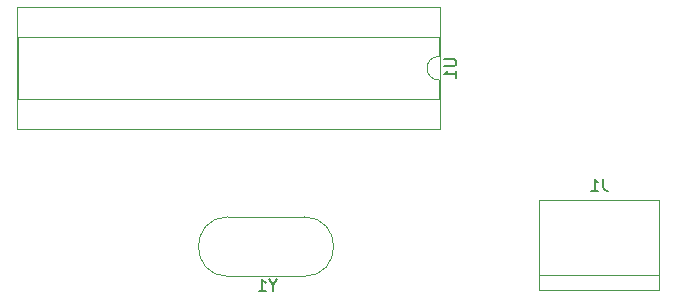
<source format=gbr>
%TF.GenerationSoftware,KiCad,Pcbnew,7.0.7*%
%TF.CreationDate,2025-01-17T17:57:09+01:00*%
%TF.ProjectId,minisumov3,6d696e69-7375-46d6-9f76-332e6b696361,rev?*%
%TF.SameCoordinates,Original*%
%TF.FileFunction,Legend,Bot*%
%TF.FilePolarity,Positive*%
%FSLAX46Y46*%
G04 Gerber Fmt 4.6, Leading zero omitted, Abs format (unit mm)*
G04 Created by KiCad (PCBNEW 7.0.7) date 2025-01-17 17:57:09*
%MOMM*%
%LPD*%
G01*
G04 APERTURE LIST*
%ADD10C,0.150000*%
%ADD11C,0.120000*%
G04 APERTURE END LIST*
D10*
X157084819Y-99028095D02*
X157894342Y-99028095D01*
X157894342Y-99028095D02*
X157989580Y-99075714D01*
X157989580Y-99075714D02*
X158037200Y-99123333D01*
X158037200Y-99123333D02*
X158084819Y-99218571D01*
X158084819Y-99218571D02*
X158084819Y-99409047D01*
X158084819Y-99409047D02*
X158037200Y-99504285D01*
X158037200Y-99504285D02*
X157989580Y-99551904D01*
X157989580Y-99551904D02*
X157894342Y-99599523D01*
X157894342Y-99599523D02*
X157084819Y-99599523D01*
X158084819Y-100599523D02*
X158084819Y-100028095D01*
X158084819Y-100313809D02*
X157084819Y-100313809D01*
X157084819Y-100313809D02*
X157227676Y-100218571D01*
X157227676Y-100218571D02*
X157322914Y-100123333D01*
X157322914Y-100123333D02*
X157370533Y-100028095D01*
X170533333Y-109174819D02*
X170533333Y-109889104D01*
X170533333Y-109889104D02*
X170580952Y-110031961D01*
X170580952Y-110031961D02*
X170676190Y-110127200D01*
X170676190Y-110127200D02*
X170819047Y-110174819D01*
X170819047Y-110174819D02*
X170914285Y-110174819D01*
X169533333Y-110174819D02*
X170104761Y-110174819D01*
X169819047Y-110174819D02*
X169819047Y-109174819D01*
X169819047Y-109174819D02*
X169914285Y-109317676D01*
X169914285Y-109317676D02*
X170009523Y-109412914D01*
X170009523Y-109412914D02*
X170104761Y-109460533D01*
X142576190Y-118178628D02*
X142576190Y-118654819D01*
X142909523Y-117654819D02*
X142576190Y-118178628D01*
X142576190Y-118178628D02*
X142242857Y-117654819D01*
X141385714Y-118654819D02*
X141957142Y-118654819D01*
X141671428Y-118654819D02*
X141671428Y-117654819D01*
X141671428Y-117654819D02*
X141766666Y-117797676D01*
X141766666Y-117797676D02*
X141861904Y-117892914D01*
X141861904Y-117892914D02*
X141957142Y-117940533D01*
D11*
%TO.C,U1*%
X120890000Y-104930000D02*
X120890000Y-94650000D01*
X156690000Y-104930000D02*
X120890000Y-104930000D01*
X120950000Y-102440000D02*
X120950000Y-97140000D01*
X156630000Y-102440000D02*
X120950000Y-102440000D01*
X156630000Y-100790000D02*
X156630000Y-102440000D01*
X120950000Y-97140000D02*
X156630000Y-97140000D01*
X156630000Y-97140000D02*
X156630000Y-98790000D01*
X120890000Y-94650000D02*
X156690000Y-94650000D01*
X156690000Y-94650000D02*
X156690000Y-104930000D01*
X156630000Y-98790000D02*
G75*
G03*
X156630000Y-100790000I0J-1000000D01*
G01*
%TO.C,J1*%
X175280000Y-118610000D02*
X165120000Y-118610000D01*
X175280000Y-110990000D02*
X175280000Y-118610000D01*
X165120000Y-118610000D02*
X165120000Y-110990000D01*
X165120000Y-117340000D02*
X175280000Y-117340000D01*
X165120000Y-110990000D02*
X175280000Y-110990000D01*
%TO.C,Y1*%
X138790000Y-112375000D02*
X145190000Y-112375000D01*
X138790000Y-117425000D02*
X145190000Y-117425000D01*
X138790000Y-112375000D02*
G75*
G03*
X138790000Y-117425000I0J-2525000D01*
G01*
X145190000Y-117425000D02*
G75*
G03*
X145190000Y-112375000I0J2525000D01*
G01*
%TD*%
M02*

</source>
